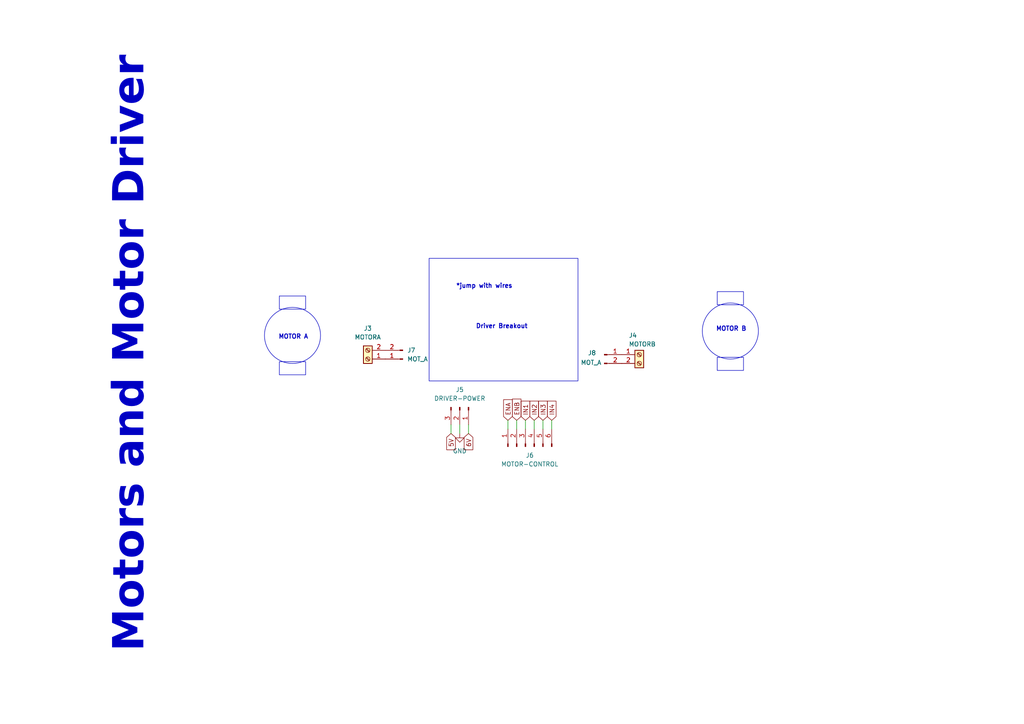
<source format=kicad_sch>
(kicad_sch (version 20231120) (generator "eeschema") (generator_version "8.0")
  (paper "A4")
  (title_block (title "Motors and Motor driver") (company "Spectrol Systems"))
  (lib_symbols
    (symbol "Connector:Conn_01x02_Pin" (pin_names (offset 1.016) hide)
      (property "Reference" "J" (at 0 2.54 0))
      (property "Value" "Conn_01x02_Pin" (at 0 -5.08 0))
      (symbol "Conn_01x02_Pin_1_1"
        (polyline (pts (xy 1.27 -2.54) (xy 0.8636 -2.54)) (stroke (width 0.1524)))
        (polyline (pts (xy 1.27 0) (xy 0.8636 0)) (stroke (width 0.1524)))
        (rectangle (start 0.8636 -2.413) (end 0 -2.667) (stroke (width 0.1524)) (fill (type outline)))
        (rectangle (start 0.8636 0.127) (end 0 -0.127) (stroke (width 0.1524)) (fill (type outline)))
        (pin passive line (at 5.08 0 180) (length 3.81) (name "Pin_1") (number "1"))
        (pin passive line (at 5.08 -2.54 180) (length 3.81) (name "Pin_2") (number "2"))
      )
    )
    (symbol "Connector:Conn_01x03_Pin" (pin_names (offset 1.016) hide)
      (property "Reference" "J" (at 0 5.08 0))
      (property "Value" "Conn_01x03_Pin" (at 0 -5.08 0))
      (symbol "Conn_01x03_Pin_1_1"
        (polyline (pts (xy 1.27 -2.54) (xy 0.8636 -2.54)) (stroke (width 0.1524)))
        (polyline (pts (xy 1.27 0) (xy 0.8636 0)) (stroke (width 0.1524)))
        (polyline (pts (xy 1.27 2.54) (xy 0.8636 2.54)) (stroke (width 0.1524)))
        (rectangle (start 0.8636 -2.413) (end 0 -2.667) (stroke (width 0.1524)) (fill (type outline)))
        (rectangle (start 0.8636 0.127) (end 0 -0.127) (stroke (width 0.1524)) (fill (type outline)))
        (rectangle (start 0.8636 2.667) (end 0 2.413) (stroke (width 0.1524)) (fill (type outline)))
        (pin passive line (at 5.08 2.54 180) (length 3.81) (name "Pin_1") (number "1"))
        (pin passive line (at 5.08 0 180) (length 3.81) (name "Pin_2") (number "2"))
        (pin passive line (at 5.08 -2.54 180) (length 3.81) (name "Pin_3") (number "3"))
      )
    )
    (symbol "Connector:Conn_01x06_Pin" (pin_names (offset 1.016) hide)
      (property "Reference" "J" (at 0 7.62 0))
      (property "Value" "Conn_01x06_Pin" (at 0 -10.16 0))
      (symbol "Conn_01x06_Pin_1_1"
        (polyline (pts (xy 1.27 -7.62) (xy 0.8636 -7.62)) (stroke (width 0.1524)))
        (polyline (pts (xy 1.27 -5.08) (xy 0.8636 -5.08)) (stroke (width 0.1524)))
        (polyline (pts (xy 1.27 -2.54) (xy 0.8636 -2.54)) (stroke (width 0.1524)))
        (polyline (pts (xy 1.27 0) (xy 0.8636 0)) (stroke (width 0.1524)))
        (polyline (pts (xy 1.27 2.54) (xy 0.8636 2.54)) (stroke (width 0.1524)))
        (polyline (pts (xy 1.27 5.08) (xy 0.8636 5.08)) (stroke (width 0.1524)))
        (rectangle (start 0.8636 -7.493) (end 0 -7.747) (stroke (width 0.1524)) (fill (type outline)))
        (rectangle (start 0.8636 -4.953) (end 0 -5.207) (stroke (width 0.1524)) (fill (type outline)))
        (rectangle (start 0.8636 -2.413) (end 0 -2.667) (stroke (width 0.1524)) (fill (type outline)))
        (rectangle (start 0.8636 0.127) (end 0 -0.127) (stroke (width 0.1524)) (fill (type outline)))
        (rectangle (start 0.8636 2.667) (end 0 2.413) (stroke (width 0.1524)) (fill (type outline)))
        (rectangle (start 0.8636 5.207) (end 0 4.953) (stroke (width 0.1524)) (fill (type outline)))
        (pin passive line (at 5.08 5.08 180) (length 3.81) (name "Pin_1") (number "1"))
        (pin passive line (at 5.08 2.54 180) (length 3.81) (name "Pin_2") (number "2"))
        (pin passive line (at 5.08 0 180) (length 3.81) (name "Pin_3") (number "3"))
        (pin passive line (at 5.08 -2.54 180) (length 3.81) (name "Pin_4") (number "4"))
        (pin passive line (at 5.08 -5.08 180) (length 3.81) (name "Pin_5") (number "5"))
        (pin passive line (at 5.08 -7.62 180) (length 3.81) (name "Pin_6") (number "6"))
      )
    )
    (symbol "Connector:Screw_Terminal_01x02" (pin_names (offset 1.016) hide)
      (property "Reference" "J" (at 0 2.54 0))
      (property "Value" "Screw_Terminal_01x02" (at 0 -5.08 0))
      (symbol "Screw_Terminal_01x02_1_1"
        (rectangle (start -1.27 1.27) (end 1.27 -3.81) (stroke (width 0.254)) (fill (type background)))
        (circle (center 0 -2.54) (radius 0.635) (stroke (width 0.1524)))
        (polyline (pts (xy -0.5334 -2.2098) (xy 0.3302 -3.048)) (stroke (width 0.1524)))
        (polyline (pts (xy -0.5334 0.3302) (xy 0.3302 -0.508)) (stroke (width 0.1524)))
        (polyline (pts (xy -0.3556 -2.032) (xy 0.508 -2.8702)) (stroke (width 0.1524)))
        (polyline (pts (xy -0.3556 0.508) (xy 0.508 -0.3302)) (stroke (width 0.1524)))
        (circle (center 0 0) (radius 0.635) (stroke (width 0.1524)))
        (pin passive line (at -5.08 0 0) (length 3.81) (name "Pin_1") (number "1"))
        (pin passive line (at -5.08 -2.54 0) (length 3.81) (name "Pin_2") (number "2"))
      )
    )
    (symbol "power:GND" (power) (pin_numbers hide) (pin_names (offset 0) hide)
      (property "Value" "GND" (at 0 -3.81 0))
      (symbol "GND_0_1"
        (polyline (pts (xy 0 0) (xy 0 -1.27) (xy 1.27 -1.27) (xy 0 -2.54) (xy -1.27 -1.27) (xy 0 -1.27)))
      )
      (symbol "GND_1_1"
        (pin power_in line (at 0 0 270) (length 0) (name "~") (number "1"))
      )
    )
  )
  (wire (pts (xy 133.35 123.19) (xy 133.35 125.73)))
  (wire (pts (xy 135.89 123.19) (xy 135.89 125.73)))
  (wire (pts (xy 149.86 121.92) (xy 149.86 124.46)))
  (wire (pts (xy 160.02 121.92) (xy 160.02 124.46)))
  (wire (pts (xy 152.4 121.92) (xy 152.4 124.46)))
  (wire (pts (xy 130.81 123.19) (xy 130.81 125.73)))
  (wire (pts (xy 157.48 121.92) (xy 157.48 124.46)))
  (wire (pts (xy 154.94 121.92) (xy 154.94 124.46)))
  (wire (pts (xy 147.32 121.92) (xy 147.32 124.46)))
  (rectangle (start 124.46 74.93) (end 167.64 110.49))
  (rectangle (start 81.026 85.852) (end 88.646 89.662))
  (rectangle (start 81.026 104.902) (end 88.646 108.712))
  (rectangle (start 208.026 103.632) (end 215.646 107.442))
  (circle (center 84.836 97.282) (radius 8.132))
  (rectangle (start 208.026 84.582) (end 215.646 88.392))
  (circle (center 211.836 96.012) (radius 8.132))
  (text "Motors and Motor Driver\n" (at 40.132 102.616 90) (effects (font (size 8.89 8.89) (thickness 1.778) (bold yes))))
  (text "Driver Breakout\n" (at 145.542 94.742 0) (effects (font (size 1.27 1.27) (bold yes))))
  (text "MOTOR A\n" (at 85.09 97.79 0) (effects (font (size 1.27 1.27) (bold yes))))
  (text "MOTOR B\n\n" (at 212.09 96.52 0) (effects (font (size 1.27 1.27) (bold yes))))
  (text "*jump with wires\n" (at 140.462 83.058 0) (effects (font (size 1.27 1.27) (bold yes))))
  (global_label "IN2" (shape input) (at 154.94 121.92 90) (property "Intersheetrefs" "${INTERSHEET_REFS}" (effects (hide yes))))
  (global_label "IN1" (shape input) (at 152.4 121.92 90) (property "Intersheetrefs" "${INTERSHEET_REFS}" (effects (hide yes))))
  (global_label "5V" (shape input) (at 130.81 125.73 270) (property "Intersheetrefs" "${INTERSHEET_REFS}" (effects (hide yes))))
  (global_label "IN4" (shape input) (at 160.02 121.92 90) (property "Intersheetrefs" "${INTERSHEET_REFS}" (effects (hide yes))))
  (global_label "IN3" (shape input) (at 157.48 121.92 90) (property "Intersheetrefs" "${INTERSHEET_REFS}" (effects (hide yes))))
  (global_label "6V" (shape input) (at 135.89 125.73 270) (property "Intersheetrefs" "${INTERSHEET_REFS}" (effects (hide yes))))
  (global_label "ENB" (shape input) (at 149.86 121.92 90) (property "Intersheetrefs" "${INTERSHEET_REFS}" (effects (hide yes))))
  (global_label "ENA" (shape input) (at 147.32 121.92 90) (property "Intersheetrefs" "${INTERSHEET_REFS}" (effects (hide yes))))
  (symbol (lib_id "Connector:Conn_01x03_Pin") (at 133.35 118.11 270) (unit 1)
    (property "Reference" "J5" (at 133.35 113.03 90))
    (property "Value" "DRIVER-POWER" (at 133.35 115.57 90))
    (property "Footprint" "Connector_PinHeader_2.54mm:PinHeader_1x03_P2.54mm_Vertical" (effects (hide yes)))
    (property "Description" "Generic connector, single row, 01x03, script generated" (effects (hide yes)))
  )
  (symbol (lib_id "Connector:Screw_Terminal_01x02") (at 185.42 102.87 0) (unit 1)
    (property "Reference" "J4" (at 182.372 97.282 0) (effects (justify left)))
    (property "Value" "MOTORB" (at 182.372 99.822 0) (effects (justify left)))
    (property "Footprint" "TerminalBlock:TerminalBlock_bornier-2_P5.08mm" (effects (hide yes)))
    (property "Description" "Generic screw terminal, single row, 01x02, script generated (kicad-library-utils/schlib/autogen/connector/)" (effects (hide yes)))
  )
  (symbol (lib_id "Connector:Screw_Terminal_01x02") (at 106.68 104.14 180) (unit 1)
    (property "Reference" "J3" (at 106.68 95.25 0))
    (property "Value" "MOTORA" (at 106.68 97.79 0))
    (property "Footprint" "TerminalBlock:TerminalBlock_bornier-2_P5.08mm" (effects (hide yes)))
    (property "Description" "Generic screw terminal, single row, 01x02, script generated (kicad-library-utils/schlib/autogen/connector/)" (effects (hide yes)))
  )
  (symbol (lib_id "Connector:Conn_01x06_Pin") (at 152.4 129.54 90) (unit 1)
    (property "Reference" "J6" (at 153.67 132.08 90))
    (property "Value" "MOTOR-CONTROL" (at 153.67 134.62 90))
    (property "Footprint" "Connector_PinHeader_2.54mm:PinHeader_1x06_P2.54mm_Vertical" (effects (hide yes)))
    (property "Description" "Generic connector, single row, 01x06, script generated" (effects (hide yes)))
  )
  (symbol (lib_id "Connector:Conn_01x02_Pin") (at 116.84 104.14 180) (unit 1)
    (property "Reference" "J7" (at 118.11 101.5999 0) (effects (justify right)))
    (property "Value" "MOT_A" (at 118.11 104.1399 0) (effects (justify right)))
    (property "Footprint" "Connector_PinHeader_2.54mm:PinHeader_1x02_P2.54mm_Vertical" (effects (hide yes)))
    (property "Description" "Generic connector, single row, 01x02, script generated" (effects (hide yes)))
  )
  (symbol (lib_id "Connector:Conn_01x02_Pin") (at 175.26 102.87 0) (unit 1)
    (property "Reference" "J8" (at 171.704 102.362 0))
    (property "Value" "MOT_A" (at 171.45 105.156 0))
    (property "Footprint" "Connector_PinHeader_2.54mm:PinHeader_1x02_P2.54mm_Vertical" (effects (hide yes)))
    (property "Description" "Generic connector, single row, 01x02, script generated" (effects (hide yes)))
  )
  (symbol (lib_id "power:GND") (at 133.35 125.73 0) (unit 1)
    (property "Reference" "#PWR015" (effects (hide yes)))
    (property "Value" "GND" (at 133.35 130.81 0))
    (property "Description" "Power symbol creates a global label with name \"GND\" , ground" (effects (hide yes)))
  )
)
</source>
